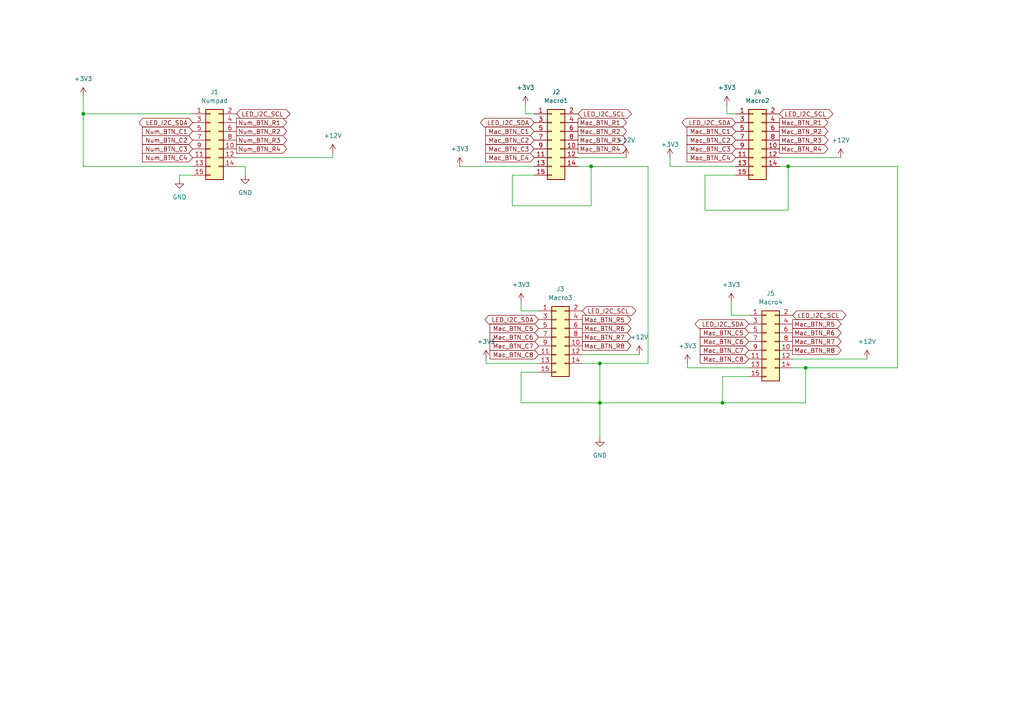
<source format=kicad_sch>
(kicad_sch (version 20211123) (generator eeschema)
  (paper "A4")
  (lib_symbols
    (symbol "Connector_Generic:Conn_2Rows-15Pins" (pin_names (offset 1.016) hide)
      (property "Reference" "J" (at 1.27 10.16 0))
      (property "Value" "Conn_2Rows-15Pins" (at 1.27 -12.7 0))
      (symbol "Conn_2Rows-15Pins_1_1"
        (rectangle (start -1.27 -10.033) (end 0 -10.287) (stroke (width 0.1524)))
        (rectangle (start -1.27 -7.493) (end 0 -7.747) (stroke (width 0.1524)))
        (rectangle (start -1.27 -4.953) (end 0 -5.207) (stroke (width 0.1524)))
        (rectangle (start -1.27 -2.413) (end 0 -2.667) (stroke (width 0.1524)))
        (rectangle (start -1.27 0.127) (end 0 -0.127) (stroke (width 0.1524)))
        (rectangle (start -1.27 2.667) (end 0 2.413) (stroke (width 0.1524)))
        (rectangle (start -1.27 5.207) (end 0 4.953) (stroke (width 0.1524)))
        (rectangle (start -1.27 7.747) (end 0 7.493) (stroke (width 0.1524)))
        (rectangle (start -1.27 8.89) (end 3.81 -11.43) (stroke (width 0.254)) (fill (type background)))
        (rectangle (start 3.81 -7.493) (end 2.54 -7.747) (stroke (width 0.1524)))
        (rectangle (start 3.81 -4.953) (end 2.54 -5.207) (stroke (width 0.1524)))
        (rectangle (start 3.81 -2.413) (end 2.54 -2.667) (stroke (width 0.1524)))
        (rectangle (start 3.81 0.127) (end 2.54 -0.127) (stroke (width 0.1524)))
        (rectangle (start 3.81 2.667) (end 2.54 2.413) (stroke (width 0.1524)))
        (rectangle (start 3.81 5.207) (end 2.54 4.953) (stroke (width 0.1524)))
        (rectangle (start 3.81 7.747) (end 2.54 7.493) (stroke (width 0.1524)))
        (pin passive line (at -5.08 7.62 0) (length 3.81) (name "Pin_1") (number "1"))
        (pin passive line (at 7.62 -2.54 180) (length 3.81) (name "Pin_10") (number "10"))
        (pin passive line (at -5.08 -5.08 0) (length 3.81) (name "Pin_11") (number "11"))
        (pin passive line (at 7.62 -5.08 180) (length 3.81) (name "Pin_12") (number "12"))
        (pin passive line (at -5.08 -7.62 0) (length 3.81) (name "Pin_13") (number "13"))
        (pin passive line (at 7.62 -7.62 180) (length 3.81) (name "Pin_14") (number "14"))
        (pin passive line (at -5.08 -10.16 0) (length 3.81) (name "Pin_15") (number "15"))
        (pin passive line (at 7.62 7.62 180) (length 3.81) (name "Pin_2") (number "2"))
        (pin passive line (at -5.08 5.08 0) (length 3.81) (name "Pin_3") (number "3"))
        (pin passive line (at 7.62 5.08 180) (length 3.81) (name "Pin_4") (number "4"))
        (pin passive line (at -5.08 2.54 0) (length 3.81) (name "Pin_5") (number "5"))
        (pin passive line (at 7.62 2.54 180) (length 3.81) (name "Pin_6") (number "6"))
        (pin passive line (at -5.08 0 0) (length 3.81) (name "Pin_7") (number "7"))
        (pin passive line (at 7.62 0 180) (length 3.81) (name "Pin_8") (number "8"))
        (pin passive line (at -5.08 -2.54 0) (length 3.81) (name "Pin_9") (number "9"))
      )
    )
    (symbol "power:+12V" (power) (pin_names (offset 0))
      (property "Value" "+12V" (at 0 3.556 0))
      (symbol "+12V_0_1"
        (polyline (pts (xy -0.762 1.27) (xy 0 2.54)))
        (polyline (pts (xy 0 0) (xy 0 2.54)))
        (polyline (pts (xy 0 2.54) (xy 0.762 1.27)))
      )
      (symbol "+12V_1_1"
        (pin power_in line (at 0 0 90) (length 0) hide (name "+12V") (number "1"))
      )
    )
    (symbol "power:+3.3V" (power) (pin_names (offset 0))
      (property "Value" "+3.3V" (at 0 3.556 0))
      (symbol "+3.3V_0_1"
        (polyline (pts (xy -0.762 1.27) (xy 0 2.54)))
        (polyline (pts (xy 0 0) (xy 0 2.54)))
        (polyline (pts (xy 0 2.54) (xy 0.762 1.27)))
      )
      (symbol "+3.3V_1_1"
        (pin power_in line (at 0 0 90) (length 0) hide (name "+3V3") (number "1"))
      )
    )
    (symbol "power:GND" (power) (pin_names (offset 0))
      (property "Value" "GND" (at 0 -3.81 0))
      (symbol "GND_0_1"
        (polyline (pts (xy 0 0) (xy 0 -1.27) (xy 1.27 -1.27) (xy 0 -2.54) (xy -1.27 -1.27) (xy 0 -1.27)))
      )
      (symbol "GND_1_1"
        (pin power_in line (at 0 0 270) (length 0) hide (name "GND") (number "1"))
      )
    )
  )
  (junction (at 24.13 33.02))
  (junction (at 171.45 48.26))
  (junction (at 233.68 106.68))
  (junction (at 209.55 116.84))
  (junction (at 173.99 105.41))
  (junction (at 173.99 116.84))
  (junction (at 228.6 48.26))
  (wire (pts (xy 96.52 45.72) (xy 96.52 44.45)))
  (wire (pts (xy 187.96 48.26) (xy 187.96 105.41)))
  (wire (pts (xy 228.6 48.26) (xy 228.6 60.96)))
  (wire (pts (xy 204.47 50.8) (xy 213.36 50.8)))
  (wire (pts (xy 210.82 33.02) (xy 210.82 30.48)))
  (wire (pts (xy 168.91 102.87) (xy 185.42 102.87)))
  (wire (pts (xy 226.06 45.72) (xy 243.84 45.72)))
  (wire (pts (xy 140.97 105.41) (xy 140.97 104.14)))
  (wire (pts (xy 55.88 50.8) (xy 52.07 50.8)))
  (wire (pts (xy 217.17 91.44) (xy 212.09 91.44)))
  (wire (pts (xy 148.59 50.8) (xy 154.94 50.8)))
  (wire (pts (xy 71.12 48.26) (xy 71.12 50.8)))
  (wire (pts (xy 209.55 109.22) (xy 217.17 109.22)))
  (wire (pts (xy 260.35 48.26) (xy 260.35 106.68)))
  (wire (pts (xy 226.06 48.26) (xy 228.6 48.26)))
  (wire (pts (xy 194.31 48.26) (xy 213.36 48.26)))
  (wire (pts (xy 154.94 33.02) (xy 152.4 33.02)))
  (wire (pts (xy 199.39 106.68) (xy 199.39 105.41)))
  (wire (pts (xy 173.99 116.84) (xy 173.99 127)))
  (wire (pts (xy 233.68 106.68) (xy 233.68 116.84)))
  (wire (pts (xy 228.6 60.96) (xy 204.47 60.96)))
  (wire (pts (xy 167.64 48.26) (xy 171.45 48.26)))
  (wire (pts (xy 173.99 116.84) (xy 151.13 116.84)))
  (wire (pts (xy 187.96 105.41) (xy 173.99 105.41)))
  (wire (pts (xy 199.39 106.68) (xy 217.17 106.68)))
  (wire (pts (xy 209.55 116.84) (xy 209.55 109.22)))
  (wire (pts (xy 212.09 91.44) (xy 212.09 87.63)))
  (wire (pts (xy 151.13 90.17) (xy 151.13 87.63)))
  (wire (pts (xy 152.4 33.02) (xy 152.4 30.48)))
  (wire (pts (xy 24.13 27.94) (xy 24.13 33.02)))
  (wire (pts (xy 194.31 45.72) (xy 194.31 48.26)))
  (wire (pts (xy 213.36 33.02) (xy 210.82 33.02)))
  (wire (pts (xy 167.64 45.72) (xy 181.61 45.72)))
  (wire (pts (xy 133.35 48.26) (xy 154.94 48.26)))
  (wire (pts (xy 229.87 104.14) (xy 251.46 104.14)))
  (wire (pts (xy 52.07 50.8) (xy 52.07 52.07)))
  (wire (pts (xy 233.68 116.84) (xy 209.55 116.84)))
  (wire (pts (xy 68.58 45.72) (xy 96.52 45.72)))
  (wire (pts (xy 24.13 33.02) (xy 55.88 33.02)))
  (wire (pts (xy 228.6 48.26) (xy 260.35 48.26)))
  (wire (pts (xy 68.58 48.26) (xy 71.12 48.26)))
  (wire (pts (xy 171.45 48.26) (xy 187.96 48.26)))
  (wire (pts (xy 229.87 106.68) (xy 233.68 106.68)))
  (wire (pts (xy 156.21 90.17) (xy 151.13 90.17)))
  (wire (pts (xy 24.13 48.26) (xy 24.13 33.02)))
  (wire (pts (xy 171.45 48.26) (xy 171.45 59.69)))
  (wire (pts (xy 209.55 116.84) (xy 173.99 116.84)))
  (wire (pts (xy 151.13 107.95) (xy 156.21 107.95)))
  (wire (pts (xy 171.45 59.69) (xy 148.59 59.69)))
  (wire (pts (xy 148.59 59.69) (xy 148.59 50.8)))
  (wire (pts (xy 233.68 106.68) (xy 260.35 106.68)))
  (wire (pts (xy 204.47 60.96) (xy 204.47 50.8)))
  (wire (pts (xy 173.99 105.41) (xy 173.99 116.84)))
  (wire (pts (xy 151.13 107.95) (xy 151.13 116.84)))
  (wire (pts (xy 173.99 105.41) (xy 168.91 105.41)))
  (wire (pts (xy 24.13 48.26) (xy 55.88 48.26)))
  (wire (pts (xy 156.21 105.41) (xy 140.97 105.41)))
  (global_label "Mac_BTN_C6" (shape input) (at 156.21 97.79 180) (property "Referenzen zwischen Schaltplänen" "${INTERSHEET_REFS}" (effects hide)))
  (global_label "Mac_BTN_R8" (shape output) (at 168.91 100.33 0) (property "Referenzen zwischen Schaltplänen" "${INTERSHEET_REFS}" (effects hide)))
  (global_label "LED_I2C_SCL" (shape bidirectional) (at 168.91 90.17 0) (property "Referenzen zwischen Schaltplänen" "${INTERSHEET_REFS}" (effects hide)))
  (global_label "Num_BTN_C3" (shape input) (at 55.88 43.18 180) (property "Referenzen zwischen Schaltplänen" "${INTERSHEET_REFS}" (effects hide)))
  (global_label "Mac_BTN_R5" (shape output) (at 229.87 93.98 0) (property "Referenzen zwischen Schaltplänen" "${INTERSHEET_REFS}" (effects hide)))
  (global_label "Mac_BTN_C7" (shape input) (at 217.17 101.6 180) (property "Referenzen zwischen Schaltplänen" "${INTERSHEET_REFS}" (effects hide)))
  (global_label "Mac_BTN_R3" (shape output) (at 167.64 40.64 0) (property "Referenzen zwischen Schaltplänen" "${INTERSHEET_REFS}" (effects hide)))
  (global_label "LED_I2C_SDA" (shape bidirectional) (at 154.94 35.56 180) (property "Referenzen zwischen Schaltplänen" "${INTERSHEET_REFS}" (effects hide)))
  (global_label "Mac_BTN_C5" (shape input) (at 156.21 95.25 180) (property "Referenzen zwischen Schaltplänen" "${INTERSHEET_REFS}" (effects hide)))
  (global_label "LED_I2C_SCL" (shape bidirectional) (at 226.06 33.02 0) (property "Referenzen zwischen Schaltplänen" "${INTERSHEET_REFS}" (effects hide)))
  (global_label "Mac_BTN_R3" (shape output) (at 226.06 40.64 0) (property "Referenzen zwischen Schaltplänen" "${INTERSHEET_REFS}" (effects hide)))
  (global_label "Num_BTN_R4" (shape output) (at 68.58 43.18 0) (property "Referenzen zwischen Schaltplänen" "${INTERSHEET_REFS}" (effects hide)))
  (global_label "LED_I2C_SCL" (shape bidirectional) (at 229.87 91.44 0) (property "Referenzen zwischen Schaltplänen" "${INTERSHEET_REFS}" (effects hide)))
  (global_label "Mac_BTN_C4" (shape input) (at 213.36 45.72 180) (property "Referenzen zwischen Schaltplänen" "${INTERSHEET_REFS}" (effects hide)))
  (global_label "Mac_BTN_R2" (shape output) (at 167.64 38.1 0) (property "Referenzen zwischen Schaltplänen" "${INTERSHEET_REFS}" (effects hide)))
  (global_label "Mac_BTN_R4" (shape output) (at 226.06 43.18 0) (property "Referenzen zwischen Schaltplänen" "${INTERSHEET_REFS}" (effects hide)))
  (global_label "Num_BTN_C4" (shape input) (at 55.88 45.72 180) (property "Referenzen zwischen Schaltplänen" "${INTERSHEET_REFS}" (effects hide)))
  (global_label "Mac_BTN_R7" (shape output) (at 168.91 97.79 0) (property "Referenzen zwischen Schaltplänen" "${INTERSHEET_REFS}" (effects hide)))
  (global_label "Num_BTN_C2" (shape input) (at 55.88 40.64 180) (property "Referenzen zwischen Schaltplänen" "${INTERSHEET_REFS}" (effects hide)))
  (global_label "Mac_BTN_R7" (shape output) (at 229.87 99.06 0) (property "Referenzen zwischen Schaltplänen" "${INTERSHEET_REFS}" (effects hide)))
  (global_label "Mac_BTN_R4" (shape output) (at 167.64 43.18 0) (property "Referenzen zwischen Schaltplänen" "${INTERSHEET_REFS}" (effects hide)))
  (global_label "Num_BTN_R1" (shape output) (at 68.58 35.56 0) (property "Referenzen zwischen Schaltplänen" "${INTERSHEET_REFS}" (effects hide)))
  (global_label "Mac_BTN_C6" (shape input) (at 217.17 99.06 180) (property "Referenzen zwischen Schaltplänen" "${INTERSHEET_REFS}" (effects hide)))
  (global_label "Mac_BTN_R1" (shape output) (at 226.06 35.56 0) (property "Referenzen zwischen Schaltplänen" "${INTERSHEET_REFS}" (effects hide)))
  (global_label "Mac_BTN_R6" (shape output) (at 168.91 95.25 0) (property "Referenzen zwischen Schaltplänen" "${INTERSHEET_REFS}" (effects hide)))
  (global_label "Mac_BTN_C7" (shape input) (at 156.21 100.33 180) (property "Referenzen zwischen Schaltplänen" "${INTERSHEET_REFS}" (effects hide)))
  (global_label "Mac_BTN_C1" (shape input) (at 213.36 38.0764 180) (property "Referenzen zwischen Schaltplänen" "${INTERSHEET_REFS}" (effects hide)))
  (global_label "Mac_BTN_C1" (shape input) (at 154.94 38.1 180) (property "Referenzen zwischen Schaltplänen" "${INTERSHEET_REFS}" (effects hide)))
  (global_label "Mac_BTN_C4" (shape input) (at 154.94 45.72 180) (property "Referenzen zwischen Schaltplänen" "${INTERSHEET_REFS}" (effects hide)))
  (global_label "LED_I2C_SCL" (shape bidirectional) (at 68.58 33.02 0) (property "Referenzen zwischen Schaltplänen" "${INTERSHEET_REFS}" (effects hide)))
  (global_label "Mac_BTN_C2" (shape input) (at 154.94 40.64 180) (property "Referenzen zwischen Schaltplänen" "${INTERSHEET_REFS}" (effects hide)))
  (global_label "Mac_BTN_R6" (shape output) (at 229.87 96.52 0) (property "Referenzen zwischen Schaltplänen" "${INTERSHEET_REFS}" (effects hide)))
  (global_label "LED_I2C_SDA" (shape bidirectional) (at 217.17 93.98 180) (property "Referenzen zwischen Schaltplänen" "${INTERSHEET_REFS}" (effects hide)))
  (global_label "Mac_BTN_R2" (shape output) (at 226.06 38.1 0) (property "Referenzen zwischen Schaltplänen" "${INTERSHEET_REFS}" (effects hide)))
  (global_label "Num_BTN_R2" (shape output) (at 68.58 38.1 0) (property "Referenzen zwischen Schaltplänen" "${INTERSHEET_REFS}" (effects hide)))
  (global_label "LED_I2C_SDA" (shape bidirectional) (at 213.36 35.56 180) (property "Referenzen zwischen Schaltplänen" "${INTERSHEET_REFS}" (effects hide)))
  (global_label "Mac_BTN_R8" (shape output) (at 229.87 101.6 0) (property "Referenzen zwischen Schaltplänen" "${INTERSHEET_REFS}" (effects hide)))
  (global_label "Mac_BTN_C8" (shape input) (at 217.17 104.14 180) (property "Referenzen zwischen Schaltplänen" "${INTERSHEET_REFS}" (effects hide)))
  (global_label "Num_BTN_C1" (shape input) (at 55.88 38.1 180) (property "Referenzen zwischen Schaltplänen" "${INTERSHEET_REFS}" (effects hide)))
  (global_label "Mac_BTN_R5" (shape output) (at 168.91 92.71 0) (property "Referenzen zwischen Schaltplänen" "${INTERSHEET_REFS}" (effects hide)))
  (global_label "Mac_BTN_C3" (shape input) (at 154.94 43.18 180) (property "Referenzen zwischen Schaltplänen" "${INTERSHEET_REFS}" (effects hide)))
  (global_label "Mac_BTN_R1" (shape output) (at 167.64 35.56 0) (property "Referenzen zwischen Schaltplänen" "${INTERSHEET_REFS}" (effects hide)))
  (global_label "LED_I2C_SCL" (shape bidirectional) (at 167.64 33.02 0) (property "Referenzen zwischen Schaltplänen" "${INTERSHEET_REFS}" (effects hide)))
  (global_label "LED_I2C_SDA" (shape bidirectional) (at 156.21 92.71 180) (property "Referenzen zwischen Schaltplänen" "${INTERSHEET_REFS}" (effects hide)))
  (global_label "Mac_BTN_C5" (shape input) (at 217.17 96.52 180) (property "Referenzen zwischen Schaltplänen" "${INTERSHEET_REFS}" (effects hide)))
  (global_label "Mac_BTN_C8" (shape input) (at 156.21 102.87 180) (property "Referenzen zwischen Schaltplänen" "${INTERSHEET_REFS}" (effects hide)))
  (global_label "Mac_BTN_C3" (shape input) (at 213.36 43.18 180) (property "Referenzen zwischen Schaltplänen" "${INTERSHEET_REFS}" (effects hide)))
  (global_label "Mac_BTN_C2" (shape input) (at 213.36 40.64 180) (property "Referenzen zwischen Schaltplänen" "${INTERSHEET_REFS}" (effects hide)))
  (global_label "LED_I2C_SDA" (shape bidirectional) (at 55.88 35.56 180) (property "Referenzen zwischen Schaltplänen" "${INTERSHEET_REFS}" (effects hide)))
  (global_label "Num_BTN_R3" (shape output) (at 68.58 40.64 0) (property "Referenzen zwischen Schaltplänen" "${INTERSHEET_REFS}" (effects hide)))
  (symbol (lib_id "power:+12V") (at 96.52 44.45 0) (unit 1)
    (property "Reference" "#PWR024" (effects hide))
    (property "Value" "+12V" (at 96.52 39.37 0))
  )
  (symbol (lib_id "power:+3.3V") (at 152.4 30.48 0) (unit 1)
    (property "Reference" "#PWR?" (effects hide))
    (property "Value" "+3.3V" (at 152.4 25.4 0))
  )
  (symbol (lib_id "power:+3.3V") (at 194.31 45.72 0) (unit 1)
    (property "Reference" "#PWR?" (effects hide))
    (property "Value" "+3.3V" (at 194.31 41.91 0))
  )
  (symbol (lib_id "power:+3.3V") (at 151.13 87.63 0) (unit 1)
    (property "Reference" "#PWR?" (effects hide))
    (property "Value" "+3.3V" (at 151.13 82.55 0))
  )
  (symbol (lib_id "Connector_Generic:Conn_2Rows-15Pins") (at 218.44 40.64 0) (unit 1)
    (property "Reference" "J4" (at 219.71 26.67 0))
    (property "Value" "Macro2" (at 219.71 29.21 0))
    (property "Footprint" "Connector_IDC:IDC-Header_2x08_P2.54mm_Latch_Vertical" (effects hide))
  )
  (symbol (lib_id "Connector_Generic:Conn_2Rows-15Pins") (at 160.02 40.64 0) (unit 1)
    (property "Reference" "J2" (at 161.29 26.67 0))
    (property "Value" "Macro1" (at 161.29 29.21 0))
    (property "Footprint" "Connector_IDC:IDC-Header_2x08_P2.54mm_Latch_Vertical" (effects hide))
  )
  (symbol (lib_id "power:+3.3V") (at 140.97 104.14 0) (unit 1)
    (property "Reference" "#PWR?" (effects hide))
    (property "Value" "+3.3V" (at 140.97 99.06 0))
  )
  (symbol (lib_id "power:+3.3V") (at 199.39 105.41 0) (unit 1)
    (property "Reference" "#PWR?" (effects hide))
    (property "Value" "+3.3V" (at 199.39 100.33 0))
  )
  (symbol (lib_id "power:GND") (at 173.99 127 0) (unit 1)
    (property "Reference" "#PWR?" (effects hide))
    (property "Value" "GND" (at 173.99 132.08 0))
  )
  (symbol (lib_id "power:+3.3V") (at 133.35 48.26 0) (unit 1)
    (property "Reference" "#PWR?" (effects hide))
    (property "Value" "+3.3V" (at 133.35 43.18 0))
  )
  (symbol (lib_id "power:GND") (at 71.12 50.8 0) (unit 1)
    (property "Reference" "#PWR03" (effects hide))
    (property "Value" "GND" (at 71.12 55.88 0))
  )
  (symbol (lib_id "power:+3.3V") (at 212.09 87.63 0) (unit 1)
    (property "Reference" "#PWR?" (effects hide))
    (property "Value" "+3.3V" (at 212.09 82.55 0))
  )
  (symbol (lib_id "power:GND") (at 52.07 52.07 0) (unit 1)
    (property "Reference" "#PWR02" (effects hide))
    (property "Value" "GND" (at 52.07 57.15 0))
  )
  (symbol (lib_id "power:+3.3V") (at 210.82 30.48 0) (unit 1)
    (property "Reference" "#PWR?" (effects hide))
    (property "Value" "+3.3V" (at 210.82 25.4 0))
  )
  (symbol (lib_id "Connector_Generic:Conn_2Rows-15Pins") (at 161.29 97.79 0) (unit 1)
    (property "Reference" "J3" (at 162.56 83.82 0))
    (property "Value" "Macro3" (at 162.56 86.36 0))
    (property "Footprint" "Connector_IDC:IDC-Header_2x08_P2.54mm_Latch_Vertical" (effects hide))
  )
  (symbol (lib_id "power:+12V") (at 251.46 104.14 0) (unit 1)
    (property "Reference" "#PWR?" (effects hide))
    (property "Value" "+12V" (at 251.46 99.06 0))
  )
  (symbol (lib_id "Connector_Generic:Conn_2Rows-15Pins") (at 222.25 99.06 0) (unit 1)
    (property "Reference" "J5" (at 223.52 85.09 0))
    (property "Value" "Macro4" (at 223.52 87.63 0))
    (property "Footprint" "Connector_IDC:IDC-Header_2x08_P2.54mm_Latch_Vertical" (effects hide))
  )
  (symbol (lib_id "power:+12V") (at 243.84 45.72 0) (unit 1)
    (property "Reference" "#PWR?" (effects hide))
    (property "Value" "+12V" (at 243.84 40.64 0))
  )
  (symbol (lib_id "power:+12V") (at 185.42 102.87 0) (unit 1)
    (property "Reference" "#PWR?" (effects hide))
    (property "Value" "+12V" (at 185.42 97.79 0))
  )
  (symbol (lib_id "power:+3.3V") (at 24.13 27.94 0) (unit 1)
    (property "Reference" "#PWR01" (effects hide))
    (property "Value" "+3.3V" (at 24.13 22.86 0))
  )
  (symbol (lib_id "Connector_Generic:Conn_2Rows-15Pins") (at 60.96 40.64 0) (unit 1)
    (property "Reference" "J1" (at 62.23 26.67 0))
    (property "Value" "Numpad" (at 62.23 29.21 0))
    (property "Footprint" "Connector_IDC:IDC-Header_2x08_P2.54mm_Latch_Vertical" (effects hide))
  )
  (symbol (lib_id "power:+12V") (at 181.61 45.72 0) (unit 1)
    (property "Reference" "#PWR?" (effects hide))
    (property "Value" "+12V" (at 181.61 40.64 0))
  )
)
</source>
